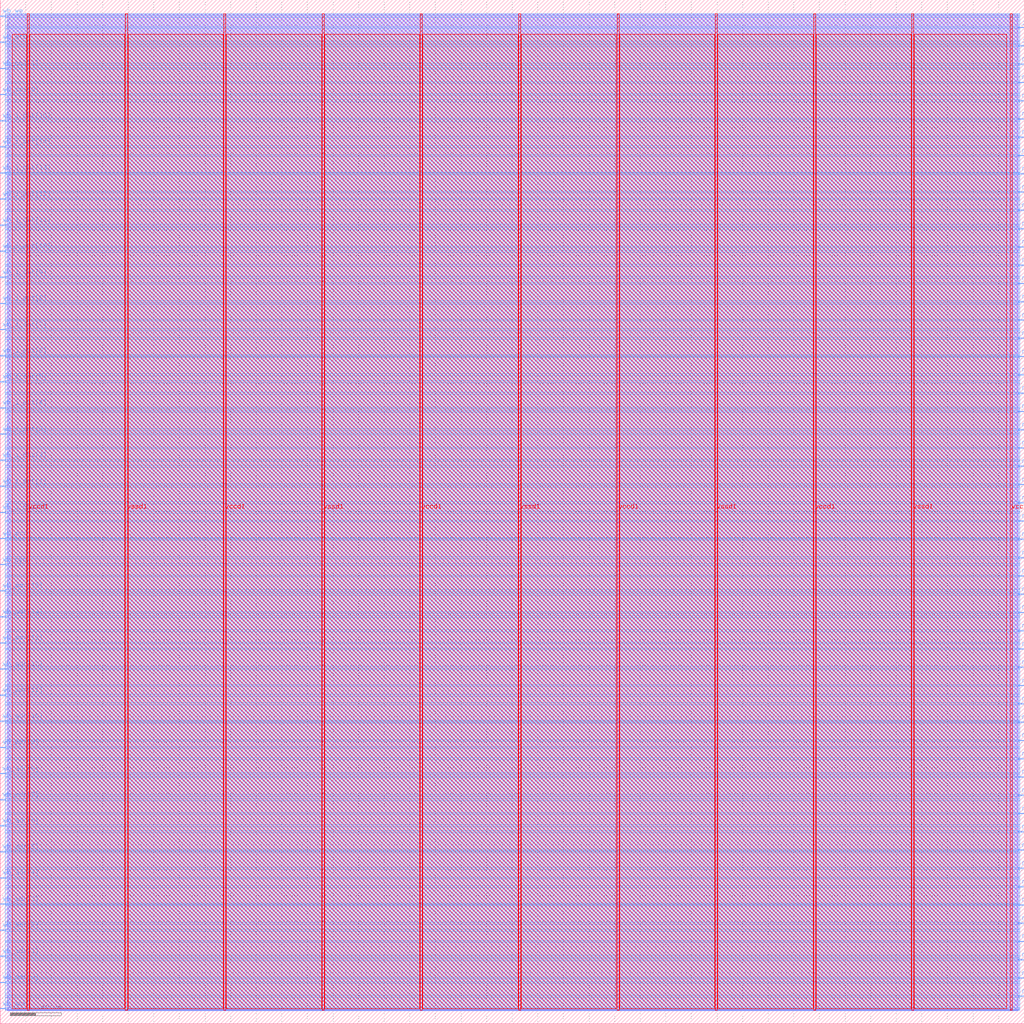
<source format=lef>
VERSION 5.7 ;
  NOWIREEXTENSIONATPIN ON ;
  DIVIDERCHAR "/" ;
  BUSBITCHARS "[]" ;
MACRO icache
  CLASS BLOCK ;
  FOREIGN icache ;
  ORIGIN 0.000 0.000 ;
  SIZE 800.000 BY 800.000 ;
  PIN i_clk
    DIRECTION INPUT ;
    USE SIGNAL ;
    PORT
      LAYER met3 ;
        RECT 796.000 763.680 800.000 764.280 ;
    END
  END i_clk
  PIN i_rst
    DIRECTION INPUT ;
    USE SIGNAL ;
    PORT
      LAYER met3 ;
        RECT 796.000 777.960 800.000 778.560 ;
    END
  END i_rst
  PIN mem_ack
    DIRECTION OUTPUT TRISTATE ;
    USE SIGNAL ;
    PORT
      LAYER met3 ;
        RECT 796.000 21.120 800.000 21.720 ;
    END
  END mem_ack
  PIN mem_addr[0]
    DIRECTION INPUT ;
    USE SIGNAL ;
    PORT
      LAYER met3 ;
        RECT 796.000 35.400 800.000 36.000 ;
    END
  END mem_addr[0]
  PIN mem_addr[10]
    DIRECTION INPUT ;
    USE SIGNAL ;
    PORT
      LAYER met3 ;
        RECT 796.000 178.200 800.000 178.800 ;
    END
  END mem_addr[10]
  PIN mem_addr[11]
    DIRECTION INPUT ;
    USE SIGNAL ;
    PORT
      LAYER met3 ;
        RECT 796.000 192.480 800.000 193.080 ;
    END
  END mem_addr[11]
  PIN mem_addr[12]
    DIRECTION INPUT ;
    USE SIGNAL ;
    PORT
      LAYER met3 ;
        RECT 796.000 206.760 800.000 207.360 ;
    END
  END mem_addr[12]
  PIN mem_addr[13]
    DIRECTION INPUT ;
    USE SIGNAL ;
    PORT
      LAYER met3 ;
        RECT 796.000 221.040 800.000 221.640 ;
    END
  END mem_addr[13]
  PIN mem_addr[14]
    DIRECTION INPUT ;
    USE SIGNAL ;
    PORT
      LAYER met3 ;
        RECT 796.000 235.320 800.000 235.920 ;
    END
  END mem_addr[14]
  PIN mem_addr[15]
    DIRECTION INPUT ;
    USE SIGNAL ;
    PORT
      LAYER met3 ;
        RECT 796.000 249.600 800.000 250.200 ;
    END
  END mem_addr[15]
  PIN mem_addr[1]
    DIRECTION INPUT ;
    USE SIGNAL ;
    PORT
      LAYER met3 ;
        RECT 796.000 49.680 800.000 50.280 ;
    END
  END mem_addr[1]
  PIN mem_addr[2]
    DIRECTION INPUT ;
    USE SIGNAL ;
    PORT
      LAYER met3 ;
        RECT 796.000 63.960 800.000 64.560 ;
    END
  END mem_addr[2]
  PIN mem_addr[3]
    DIRECTION INPUT ;
    USE SIGNAL ;
    PORT
      LAYER met3 ;
        RECT 796.000 78.240 800.000 78.840 ;
    END
  END mem_addr[3]
  PIN mem_addr[4]
    DIRECTION INPUT ;
    USE SIGNAL ;
    PORT
      LAYER met3 ;
        RECT 796.000 92.520 800.000 93.120 ;
    END
  END mem_addr[4]
  PIN mem_addr[5]
    DIRECTION INPUT ;
    USE SIGNAL ;
    PORT
      LAYER met3 ;
        RECT 796.000 106.800 800.000 107.400 ;
    END
  END mem_addr[5]
  PIN mem_addr[6]
    DIRECTION INPUT ;
    USE SIGNAL ;
    PORT
      LAYER met3 ;
        RECT 796.000 121.080 800.000 121.680 ;
    END
  END mem_addr[6]
  PIN mem_addr[7]
    DIRECTION INPUT ;
    USE SIGNAL ;
    PORT
      LAYER met3 ;
        RECT 796.000 135.360 800.000 135.960 ;
    END
  END mem_addr[7]
  PIN mem_addr[8]
    DIRECTION INPUT ;
    USE SIGNAL ;
    PORT
      LAYER met3 ;
        RECT 796.000 149.640 800.000 150.240 ;
    END
  END mem_addr[8]
  PIN mem_addr[9]
    DIRECTION INPUT ;
    USE SIGNAL ;
    PORT
      LAYER met3 ;
        RECT 796.000 163.920 800.000 164.520 ;
    END
  END mem_addr[9]
  PIN mem_cache_flush
    DIRECTION INPUT ;
    USE SIGNAL ;
    PORT
      LAYER met3 ;
        RECT 796.000 263.880 800.000 264.480 ;
    END
  END mem_cache_flush
  PIN mem_data[0]
    DIRECTION OUTPUT TRISTATE ;
    USE SIGNAL ;
    PORT
      LAYER met3 ;
        RECT 796.000 278.160 800.000 278.760 ;
    END
  END mem_data[0]
  PIN mem_data[10]
    DIRECTION OUTPUT TRISTATE ;
    USE SIGNAL ;
    PORT
      LAYER met3 ;
        RECT 796.000 420.960 800.000 421.560 ;
    END
  END mem_data[10]
  PIN mem_data[11]
    DIRECTION OUTPUT TRISTATE ;
    USE SIGNAL ;
    PORT
      LAYER met3 ;
        RECT 796.000 435.240 800.000 435.840 ;
    END
  END mem_data[11]
  PIN mem_data[12]
    DIRECTION OUTPUT TRISTATE ;
    USE SIGNAL ;
    PORT
      LAYER met3 ;
        RECT 796.000 449.520 800.000 450.120 ;
    END
  END mem_data[12]
  PIN mem_data[13]
    DIRECTION OUTPUT TRISTATE ;
    USE SIGNAL ;
    PORT
      LAYER met3 ;
        RECT 796.000 463.800 800.000 464.400 ;
    END
  END mem_data[13]
  PIN mem_data[14]
    DIRECTION OUTPUT TRISTATE ;
    USE SIGNAL ;
    PORT
      LAYER met3 ;
        RECT 796.000 478.080 800.000 478.680 ;
    END
  END mem_data[14]
  PIN mem_data[15]
    DIRECTION OUTPUT TRISTATE ;
    USE SIGNAL ;
    PORT
      LAYER met3 ;
        RECT 796.000 492.360 800.000 492.960 ;
    END
  END mem_data[15]
  PIN mem_data[16]
    DIRECTION OUTPUT TRISTATE ;
    USE SIGNAL ;
    PORT
      LAYER met3 ;
        RECT 796.000 506.640 800.000 507.240 ;
    END
  END mem_data[16]
  PIN mem_data[17]
    DIRECTION OUTPUT TRISTATE ;
    USE SIGNAL ;
    PORT
      LAYER met3 ;
        RECT 796.000 520.920 800.000 521.520 ;
    END
  END mem_data[17]
  PIN mem_data[18]
    DIRECTION OUTPUT TRISTATE ;
    USE SIGNAL ;
    PORT
      LAYER met3 ;
        RECT 796.000 535.200 800.000 535.800 ;
    END
  END mem_data[18]
  PIN mem_data[19]
    DIRECTION OUTPUT TRISTATE ;
    USE SIGNAL ;
    PORT
      LAYER met3 ;
        RECT 796.000 549.480 800.000 550.080 ;
    END
  END mem_data[19]
  PIN mem_data[1]
    DIRECTION OUTPUT TRISTATE ;
    USE SIGNAL ;
    PORT
      LAYER met3 ;
        RECT 796.000 292.440 800.000 293.040 ;
    END
  END mem_data[1]
  PIN mem_data[20]
    DIRECTION OUTPUT TRISTATE ;
    USE SIGNAL ;
    PORT
      LAYER met3 ;
        RECT 796.000 563.760 800.000 564.360 ;
    END
  END mem_data[20]
  PIN mem_data[21]
    DIRECTION OUTPUT TRISTATE ;
    USE SIGNAL ;
    PORT
      LAYER met3 ;
        RECT 796.000 578.040 800.000 578.640 ;
    END
  END mem_data[21]
  PIN mem_data[22]
    DIRECTION OUTPUT TRISTATE ;
    USE SIGNAL ;
    PORT
      LAYER met3 ;
        RECT 796.000 592.320 800.000 592.920 ;
    END
  END mem_data[22]
  PIN mem_data[23]
    DIRECTION OUTPUT TRISTATE ;
    USE SIGNAL ;
    PORT
      LAYER met3 ;
        RECT 796.000 606.600 800.000 607.200 ;
    END
  END mem_data[23]
  PIN mem_data[24]
    DIRECTION OUTPUT TRISTATE ;
    USE SIGNAL ;
    PORT
      LAYER met3 ;
        RECT 796.000 620.880 800.000 621.480 ;
    END
  END mem_data[24]
  PIN mem_data[25]
    DIRECTION OUTPUT TRISTATE ;
    USE SIGNAL ;
    PORT
      LAYER met3 ;
        RECT 796.000 635.160 800.000 635.760 ;
    END
  END mem_data[25]
  PIN mem_data[26]
    DIRECTION OUTPUT TRISTATE ;
    USE SIGNAL ;
    PORT
      LAYER met3 ;
        RECT 796.000 649.440 800.000 650.040 ;
    END
  END mem_data[26]
  PIN mem_data[27]
    DIRECTION OUTPUT TRISTATE ;
    USE SIGNAL ;
    PORT
      LAYER met3 ;
        RECT 796.000 663.720 800.000 664.320 ;
    END
  END mem_data[27]
  PIN mem_data[28]
    DIRECTION OUTPUT TRISTATE ;
    USE SIGNAL ;
    PORT
      LAYER met3 ;
        RECT 796.000 678.000 800.000 678.600 ;
    END
  END mem_data[28]
  PIN mem_data[29]
    DIRECTION OUTPUT TRISTATE ;
    USE SIGNAL ;
    PORT
      LAYER met3 ;
        RECT 796.000 692.280 800.000 692.880 ;
    END
  END mem_data[29]
  PIN mem_data[2]
    DIRECTION OUTPUT TRISTATE ;
    USE SIGNAL ;
    PORT
      LAYER met3 ;
        RECT 796.000 306.720 800.000 307.320 ;
    END
  END mem_data[2]
  PIN mem_data[30]
    DIRECTION OUTPUT TRISTATE ;
    USE SIGNAL ;
    PORT
      LAYER met3 ;
        RECT 796.000 706.560 800.000 707.160 ;
    END
  END mem_data[30]
  PIN mem_data[31]
    DIRECTION OUTPUT TRISTATE ;
    USE SIGNAL ;
    PORT
      LAYER met3 ;
        RECT 796.000 720.840 800.000 721.440 ;
    END
  END mem_data[31]
  PIN mem_data[3]
    DIRECTION OUTPUT TRISTATE ;
    USE SIGNAL ;
    PORT
      LAYER met3 ;
        RECT 796.000 321.000 800.000 321.600 ;
    END
  END mem_data[3]
  PIN mem_data[4]
    DIRECTION OUTPUT TRISTATE ;
    USE SIGNAL ;
    PORT
      LAYER met3 ;
        RECT 796.000 335.280 800.000 335.880 ;
    END
  END mem_data[4]
  PIN mem_data[5]
    DIRECTION OUTPUT TRISTATE ;
    USE SIGNAL ;
    PORT
      LAYER met3 ;
        RECT 796.000 349.560 800.000 350.160 ;
    END
  END mem_data[5]
  PIN mem_data[6]
    DIRECTION OUTPUT TRISTATE ;
    USE SIGNAL ;
    PORT
      LAYER met3 ;
        RECT 796.000 363.840 800.000 364.440 ;
    END
  END mem_data[6]
  PIN mem_data[7]
    DIRECTION OUTPUT TRISTATE ;
    USE SIGNAL ;
    PORT
      LAYER met3 ;
        RECT 796.000 378.120 800.000 378.720 ;
    END
  END mem_data[7]
  PIN mem_data[8]
    DIRECTION OUTPUT TRISTATE ;
    USE SIGNAL ;
    PORT
      LAYER met3 ;
        RECT 796.000 392.400 800.000 393.000 ;
    END
  END mem_data[8]
  PIN mem_data[9]
    DIRECTION OUTPUT TRISTATE ;
    USE SIGNAL ;
    PORT
      LAYER met3 ;
        RECT 796.000 406.680 800.000 407.280 ;
    END
  END mem_data[9]
  PIN mem_ppl_submit
    DIRECTION INPUT ;
    USE SIGNAL ;
    PORT
      LAYER met3 ;
        RECT 796.000 735.120 800.000 735.720 ;
    END
  END mem_ppl_submit
  PIN mem_req
    DIRECTION INPUT ;
    USE SIGNAL ;
    PORT
      LAYER met3 ;
        RECT 796.000 749.400 800.000 750.000 ;
    END
  END mem_req
  PIN vccd1
    DIRECTION INOUT ;
    USE POWER ;
    PORT
      LAYER met4 ;
        RECT 21.040 10.640 22.640 789.040 ;
    END
    PORT
      LAYER met4 ;
        RECT 174.640 10.640 176.240 789.040 ;
    END
    PORT
      LAYER met4 ;
        RECT 328.240 10.640 329.840 789.040 ;
    END
    PORT
      LAYER met4 ;
        RECT 481.840 10.640 483.440 789.040 ;
    END
    PORT
      LAYER met4 ;
        RECT 635.440 10.640 637.040 789.040 ;
    END
    PORT
      LAYER met4 ;
        RECT 789.040 10.640 790.640 789.040 ;
    END
  END vccd1
  PIN vssd1
    DIRECTION INOUT ;
    USE GROUND ;
    PORT
      LAYER met4 ;
        RECT 97.840 10.640 99.440 789.040 ;
    END
    PORT
      LAYER met4 ;
        RECT 251.440 10.640 253.040 789.040 ;
    END
    PORT
      LAYER met4 ;
        RECT 405.040 10.640 406.640 789.040 ;
    END
    PORT
      LAYER met4 ;
        RECT 558.640 10.640 560.240 789.040 ;
    END
    PORT
      LAYER met4 ;
        RECT 712.240 10.640 713.840 789.040 ;
    END
  END vssd1
  PIN wb_ack
    DIRECTION INPUT ;
    USE SIGNAL ;
    PORT
      LAYER met3 ;
        RECT 0.000 11.600 4.000 12.200 ;
    END
  END wb_ack
  PIN wb_adr[0]
    DIRECTION OUTPUT TRISTATE ;
    USE SIGNAL ;
    PORT
      LAYER met3 ;
        RECT 0.000 32.000 4.000 32.600 ;
    END
  END wb_adr[0]
  PIN wb_adr[10]
    DIRECTION OUTPUT TRISTATE ;
    USE SIGNAL ;
    PORT
      LAYER met3 ;
        RECT 0.000 236.000 4.000 236.600 ;
    END
  END wb_adr[10]
  PIN wb_adr[11]
    DIRECTION OUTPUT TRISTATE ;
    USE SIGNAL ;
    PORT
      LAYER met3 ;
        RECT 0.000 256.400 4.000 257.000 ;
    END
  END wb_adr[11]
  PIN wb_adr[12]
    DIRECTION OUTPUT TRISTATE ;
    USE SIGNAL ;
    PORT
      LAYER met3 ;
        RECT 0.000 276.800 4.000 277.400 ;
    END
  END wb_adr[12]
  PIN wb_adr[13]
    DIRECTION OUTPUT TRISTATE ;
    USE SIGNAL ;
    PORT
      LAYER met3 ;
        RECT 0.000 297.200 4.000 297.800 ;
    END
  END wb_adr[13]
  PIN wb_adr[14]
    DIRECTION OUTPUT TRISTATE ;
    USE SIGNAL ;
    PORT
      LAYER met3 ;
        RECT 0.000 317.600 4.000 318.200 ;
    END
  END wb_adr[14]
  PIN wb_adr[15]
    DIRECTION OUTPUT TRISTATE ;
    USE SIGNAL ;
    PORT
      LAYER met3 ;
        RECT 0.000 338.000 4.000 338.600 ;
    END
  END wb_adr[15]
  PIN wb_adr[1]
    DIRECTION OUTPUT TRISTATE ;
    USE SIGNAL ;
    PORT
      LAYER met3 ;
        RECT 0.000 52.400 4.000 53.000 ;
    END
  END wb_adr[1]
  PIN wb_adr[2]
    DIRECTION OUTPUT TRISTATE ;
    USE SIGNAL ;
    PORT
      LAYER met3 ;
        RECT 0.000 72.800 4.000 73.400 ;
    END
  END wb_adr[2]
  PIN wb_adr[3]
    DIRECTION OUTPUT TRISTATE ;
    USE SIGNAL ;
    PORT
      LAYER met3 ;
        RECT 0.000 93.200 4.000 93.800 ;
    END
  END wb_adr[3]
  PIN wb_adr[4]
    DIRECTION OUTPUT TRISTATE ;
    USE SIGNAL ;
    PORT
      LAYER met3 ;
        RECT 0.000 113.600 4.000 114.200 ;
    END
  END wb_adr[4]
  PIN wb_adr[5]
    DIRECTION OUTPUT TRISTATE ;
    USE SIGNAL ;
    PORT
      LAYER met3 ;
        RECT 0.000 134.000 4.000 134.600 ;
    END
  END wb_adr[5]
  PIN wb_adr[6]
    DIRECTION OUTPUT TRISTATE ;
    USE SIGNAL ;
    PORT
      LAYER met3 ;
        RECT 0.000 154.400 4.000 155.000 ;
    END
  END wb_adr[6]
  PIN wb_adr[7]
    DIRECTION OUTPUT TRISTATE ;
    USE SIGNAL ;
    PORT
      LAYER met3 ;
        RECT 0.000 174.800 4.000 175.400 ;
    END
  END wb_adr[7]
  PIN wb_adr[8]
    DIRECTION OUTPUT TRISTATE ;
    USE SIGNAL ;
    PORT
      LAYER met3 ;
        RECT 0.000 195.200 4.000 195.800 ;
    END
  END wb_adr[8]
  PIN wb_adr[9]
    DIRECTION OUTPUT TRISTATE ;
    USE SIGNAL ;
    PORT
      LAYER met3 ;
        RECT 0.000 215.600 4.000 216.200 ;
    END
  END wb_adr[9]
  PIN wb_cyc
    DIRECTION OUTPUT TRISTATE ;
    USE SIGNAL ;
    PORT
      LAYER met3 ;
        RECT 0.000 358.400 4.000 359.000 ;
    END
  END wb_cyc
  PIN wb_err
    DIRECTION INPUT ;
    USE SIGNAL ;
    PORT
      LAYER met3 ;
        RECT 0.000 378.800 4.000 379.400 ;
    END
  END wb_err
  PIN wb_i_dat[0]
    DIRECTION INPUT ;
    USE SIGNAL ;
    PORT
      LAYER met3 ;
        RECT 0.000 399.200 4.000 399.800 ;
    END
  END wb_i_dat[0]
  PIN wb_i_dat[10]
    DIRECTION INPUT ;
    USE SIGNAL ;
    PORT
      LAYER met3 ;
        RECT 0.000 603.200 4.000 603.800 ;
    END
  END wb_i_dat[10]
  PIN wb_i_dat[11]
    DIRECTION INPUT ;
    USE SIGNAL ;
    PORT
      LAYER met3 ;
        RECT 0.000 623.600 4.000 624.200 ;
    END
  END wb_i_dat[11]
  PIN wb_i_dat[12]
    DIRECTION INPUT ;
    USE SIGNAL ;
    PORT
      LAYER met3 ;
        RECT 0.000 644.000 4.000 644.600 ;
    END
  END wb_i_dat[12]
  PIN wb_i_dat[13]
    DIRECTION INPUT ;
    USE SIGNAL ;
    PORT
      LAYER met3 ;
        RECT 0.000 664.400 4.000 665.000 ;
    END
  END wb_i_dat[13]
  PIN wb_i_dat[14]
    DIRECTION INPUT ;
    USE SIGNAL ;
    PORT
      LAYER met3 ;
        RECT 0.000 684.800 4.000 685.400 ;
    END
  END wb_i_dat[14]
  PIN wb_i_dat[15]
    DIRECTION INPUT ;
    USE SIGNAL ;
    PORT
      LAYER met3 ;
        RECT 0.000 705.200 4.000 705.800 ;
    END
  END wb_i_dat[15]
  PIN wb_i_dat[1]
    DIRECTION INPUT ;
    USE SIGNAL ;
    PORT
      LAYER met3 ;
        RECT 0.000 419.600 4.000 420.200 ;
    END
  END wb_i_dat[1]
  PIN wb_i_dat[2]
    DIRECTION INPUT ;
    USE SIGNAL ;
    PORT
      LAYER met3 ;
        RECT 0.000 440.000 4.000 440.600 ;
    END
  END wb_i_dat[2]
  PIN wb_i_dat[3]
    DIRECTION INPUT ;
    USE SIGNAL ;
    PORT
      LAYER met3 ;
        RECT 0.000 460.400 4.000 461.000 ;
    END
  END wb_i_dat[3]
  PIN wb_i_dat[4]
    DIRECTION INPUT ;
    USE SIGNAL ;
    PORT
      LAYER met3 ;
        RECT 0.000 480.800 4.000 481.400 ;
    END
  END wb_i_dat[4]
  PIN wb_i_dat[5]
    DIRECTION INPUT ;
    USE SIGNAL ;
    PORT
      LAYER met3 ;
        RECT 0.000 501.200 4.000 501.800 ;
    END
  END wb_i_dat[5]
  PIN wb_i_dat[6]
    DIRECTION INPUT ;
    USE SIGNAL ;
    PORT
      LAYER met3 ;
        RECT 0.000 521.600 4.000 522.200 ;
    END
  END wb_i_dat[6]
  PIN wb_i_dat[7]
    DIRECTION INPUT ;
    USE SIGNAL ;
    PORT
      LAYER met3 ;
        RECT 0.000 542.000 4.000 542.600 ;
    END
  END wb_i_dat[7]
  PIN wb_i_dat[8]
    DIRECTION INPUT ;
    USE SIGNAL ;
    PORT
      LAYER met3 ;
        RECT 0.000 562.400 4.000 563.000 ;
    END
  END wb_i_dat[8]
  PIN wb_i_dat[9]
    DIRECTION INPUT ;
    USE SIGNAL ;
    PORT
      LAYER met3 ;
        RECT 0.000 582.800 4.000 583.400 ;
    END
  END wb_i_dat[9]
  PIN wb_sel[0]
    DIRECTION OUTPUT TRISTATE ;
    USE SIGNAL ;
    PORT
      LAYER met3 ;
        RECT 0.000 725.600 4.000 726.200 ;
    END
  END wb_sel[0]
  PIN wb_sel[1]
    DIRECTION OUTPUT TRISTATE ;
    USE SIGNAL ;
    PORT
      LAYER met3 ;
        RECT 0.000 746.000 4.000 746.600 ;
    END
  END wb_sel[1]
  PIN wb_stb
    DIRECTION OUTPUT TRISTATE ;
    USE SIGNAL ;
    PORT
      LAYER met3 ;
        RECT 0.000 766.400 4.000 767.000 ;
    END
  END wb_stb
  PIN wb_we
    DIRECTION OUTPUT TRISTATE ;
    USE SIGNAL ;
    PORT
      LAYER met3 ;
        RECT 0.000 786.800 4.000 787.400 ;
    END
  END wb_we
  OBS
      LAYER li1 ;
        RECT 5.520 10.795 794.420 788.885 ;
      LAYER met1 ;
        RECT 5.520 10.240 795.270 789.040 ;
      LAYER met2 ;
        RECT 6.600 10.210 795.250 788.985 ;
      LAYER met3 ;
        RECT 4.000 787.800 796.410 788.965 ;
        RECT 4.400 786.400 796.410 787.800 ;
        RECT 4.000 778.960 796.410 786.400 ;
        RECT 4.000 777.560 795.600 778.960 ;
        RECT 4.000 767.400 796.410 777.560 ;
        RECT 4.400 766.000 796.410 767.400 ;
        RECT 4.000 764.680 796.410 766.000 ;
        RECT 4.000 763.280 795.600 764.680 ;
        RECT 4.000 750.400 796.410 763.280 ;
        RECT 4.000 749.000 795.600 750.400 ;
        RECT 4.000 747.000 796.410 749.000 ;
        RECT 4.400 745.600 796.410 747.000 ;
        RECT 4.000 736.120 796.410 745.600 ;
        RECT 4.000 734.720 795.600 736.120 ;
        RECT 4.000 726.600 796.410 734.720 ;
        RECT 4.400 725.200 796.410 726.600 ;
        RECT 4.000 721.840 796.410 725.200 ;
        RECT 4.000 720.440 795.600 721.840 ;
        RECT 4.000 707.560 796.410 720.440 ;
        RECT 4.000 706.200 795.600 707.560 ;
        RECT 4.400 706.160 795.600 706.200 ;
        RECT 4.400 704.800 796.410 706.160 ;
        RECT 4.000 693.280 796.410 704.800 ;
        RECT 4.000 691.880 795.600 693.280 ;
        RECT 4.000 685.800 796.410 691.880 ;
        RECT 4.400 684.400 796.410 685.800 ;
        RECT 4.000 679.000 796.410 684.400 ;
        RECT 4.000 677.600 795.600 679.000 ;
        RECT 4.000 665.400 796.410 677.600 ;
        RECT 4.400 664.720 796.410 665.400 ;
        RECT 4.400 664.000 795.600 664.720 ;
        RECT 4.000 663.320 795.600 664.000 ;
        RECT 4.000 650.440 796.410 663.320 ;
        RECT 4.000 649.040 795.600 650.440 ;
        RECT 4.000 645.000 796.410 649.040 ;
        RECT 4.400 643.600 796.410 645.000 ;
        RECT 4.000 636.160 796.410 643.600 ;
        RECT 4.000 634.760 795.600 636.160 ;
        RECT 4.000 624.600 796.410 634.760 ;
        RECT 4.400 623.200 796.410 624.600 ;
        RECT 4.000 621.880 796.410 623.200 ;
        RECT 4.000 620.480 795.600 621.880 ;
        RECT 4.000 607.600 796.410 620.480 ;
        RECT 4.000 606.200 795.600 607.600 ;
        RECT 4.000 604.200 796.410 606.200 ;
        RECT 4.400 602.800 796.410 604.200 ;
        RECT 4.000 593.320 796.410 602.800 ;
        RECT 4.000 591.920 795.600 593.320 ;
        RECT 4.000 583.800 796.410 591.920 ;
        RECT 4.400 582.400 796.410 583.800 ;
        RECT 4.000 579.040 796.410 582.400 ;
        RECT 4.000 577.640 795.600 579.040 ;
        RECT 4.000 564.760 796.410 577.640 ;
        RECT 4.000 563.400 795.600 564.760 ;
        RECT 4.400 563.360 795.600 563.400 ;
        RECT 4.400 562.000 796.410 563.360 ;
        RECT 4.000 550.480 796.410 562.000 ;
        RECT 4.000 549.080 795.600 550.480 ;
        RECT 4.000 543.000 796.410 549.080 ;
        RECT 4.400 541.600 796.410 543.000 ;
        RECT 4.000 536.200 796.410 541.600 ;
        RECT 4.000 534.800 795.600 536.200 ;
        RECT 4.000 522.600 796.410 534.800 ;
        RECT 4.400 521.920 796.410 522.600 ;
        RECT 4.400 521.200 795.600 521.920 ;
        RECT 4.000 520.520 795.600 521.200 ;
        RECT 4.000 507.640 796.410 520.520 ;
        RECT 4.000 506.240 795.600 507.640 ;
        RECT 4.000 502.200 796.410 506.240 ;
        RECT 4.400 500.800 796.410 502.200 ;
        RECT 4.000 493.360 796.410 500.800 ;
        RECT 4.000 491.960 795.600 493.360 ;
        RECT 4.000 481.800 796.410 491.960 ;
        RECT 4.400 480.400 796.410 481.800 ;
        RECT 4.000 479.080 796.410 480.400 ;
        RECT 4.000 477.680 795.600 479.080 ;
        RECT 4.000 464.800 796.410 477.680 ;
        RECT 4.000 463.400 795.600 464.800 ;
        RECT 4.000 461.400 796.410 463.400 ;
        RECT 4.400 460.000 796.410 461.400 ;
        RECT 4.000 450.520 796.410 460.000 ;
        RECT 4.000 449.120 795.600 450.520 ;
        RECT 4.000 441.000 796.410 449.120 ;
        RECT 4.400 439.600 796.410 441.000 ;
        RECT 4.000 436.240 796.410 439.600 ;
        RECT 4.000 434.840 795.600 436.240 ;
        RECT 4.000 421.960 796.410 434.840 ;
        RECT 4.000 420.600 795.600 421.960 ;
        RECT 4.400 420.560 795.600 420.600 ;
        RECT 4.400 419.200 796.410 420.560 ;
        RECT 4.000 407.680 796.410 419.200 ;
        RECT 4.000 406.280 795.600 407.680 ;
        RECT 4.000 400.200 796.410 406.280 ;
        RECT 4.400 398.800 796.410 400.200 ;
        RECT 4.000 393.400 796.410 398.800 ;
        RECT 4.000 392.000 795.600 393.400 ;
        RECT 4.000 379.800 796.410 392.000 ;
        RECT 4.400 379.120 796.410 379.800 ;
        RECT 4.400 378.400 795.600 379.120 ;
        RECT 4.000 377.720 795.600 378.400 ;
        RECT 4.000 364.840 796.410 377.720 ;
        RECT 4.000 363.440 795.600 364.840 ;
        RECT 4.000 359.400 796.410 363.440 ;
        RECT 4.400 358.000 796.410 359.400 ;
        RECT 4.000 350.560 796.410 358.000 ;
        RECT 4.000 349.160 795.600 350.560 ;
        RECT 4.000 339.000 796.410 349.160 ;
        RECT 4.400 337.600 796.410 339.000 ;
        RECT 4.000 336.280 796.410 337.600 ;
        RECT 4.000 334.880 795.600 336.280 ;
        RECT 4.000 322.000 796.410 334.880 ;
        RECT 4.000 320.600 795.600 322.000 ;
        RECT 4.000 318.600 796.410 320.600 ;
        RECT 4.400 317.200 796.410 318.600 ;
        RECT 4.000 307.720 796.410 317.200 ;
        RECT 4.000 306.320 795.600 307.720 ;
        RECT 4.000 298.200 796.410 306.320 ;
        RECT 4.400 296.800 796.410 298.200 ;
        RECT 4.000 293.440 796.410 296.800 ;
        RECT 4.000 292.040 795.600 293.440 ;
        RECT 4.000 279.160 796.410 292.040 ;
        RECT 4.000 277.800 795.600 279.160 ;
        RECT 4.400 277.760 795.600 277.800 ;
        RECT 4.400 276.400 796.410 277.760 ;
        RECT 4.000 264.880 796.410 276.400 ;
        RECT 4.000 263.480 795.600 264.880 ;
        RECT 4.000 257.400 796.410 263.480 ;
        RECT 4.400 256.000 796.410 257.400 ;
        RECT 4.000 250.600 796.410 256.000 ;
        RECT 4.000 249.200 795.600 250.600 ;
        RECT 4.000 237.000 796.410 249.200 ;
        RECT 4.400 236.320 796.410 237.000 ;
        RECT 4.400 235.600 795.600 236.320 ;
        RECT 4.000 234.920 795.600 235.600 ;
        RECT 4.000 222.040 796.410 234.920 ;
        RECT 4.000 220.640 795.600 222.040 ;
        RECT 4.000 216.600 796.410 220.640 ;
        RECT 4.400 215.200 796.410 216.600 ;
        RECT 4.000 207.760 796.410 215.200 ;
        RECT 4.000 206.360 795.600 207.760 ;
        RECT 4.000 196.200 796.410 206.360 ;
        RECT 4.400 194.800 796.410 196.200 ;
        RECT 4.000 193.480 796.410 194.800 ;
        RECT 4.000 192.080 795.600 193.480 ;
        RECT 4.000 179.200 796.410 192.080 ;
        RECT 4.000 177.800 795.600 179.200 ;
        RECT 4.000 175.800 796.410 177.800 ;
        RECT 4.400 174.400 796.410 175.800 ;
        RECT 4.000 164.920 796.410 174.400 ;
        RECT 4.000 163.520 795.600 164.920 ;
        RECT 4.000 155.400 796.410 163.520 ;
        RECT 4.400 154.000 796.410 155.400 ;
        RECT 4.000 150.640 796.410 154.000 ;
        RECT 4.000 149.240 795.600 150.640 ;
        RECT 4.000 136.360 796.410 149.240 ;
        RECT 4.000 135.000 795.600 136.360 ;
        RECT 4.400 134.960 795.600 135.000 ;
        RECT 4.400 133.600 796.410 134.960 ;
        RECT 4.000 122.080 796.410 133.600 ;
        RECT 4.000 120.680 795.600 122.080 ;
        RECT 4.000 114.600 796.410 120.680 ;
        RECT 4.400 113.200 796.410 114.600 ;
        RECT 4.000 107.800 796.410 113.200 ;
        RECT 4.000 106.400 795.600 107.800 ;
        RECT 4.000 94.200 796.410 106.400 ;
        RECT 4.400 93.520 796.410 94.200 ;
        RECT 4.400 92.800 795.600 93.520 ;
        RECT 4.000 92.120 795.600 92.800 ;
        RECT 4.000 79.240 796.410 92.120 ;
        RECT 4.000 77.840 795.600 79.240 ;
        RECT 4.000 73.800 796.410 77.840 ;
        RECT 4.400 72.400 796.410 73.800 ;
        RECT 4.000 64.960 796.410 72.400 ;
        RECT 4.000 63.560 795.600 64.960 ;
        RECT 4.000 53.400 796.410 63.560 ;
        RECT 4.400 52.000 796.410 53.400 ;
        RECT 4.000 50.680 796.410 52.000 ;
        RECT 4.000 49.280 795.600 50.680 ;
        RECT 4.000 36.400 796.410 49.280 ;
        RECT 4.000 35.000 795.600 36.400 ;
        RECT 4.000 33.000 796.410 35.000 ;
        RECT 4.400 31.600 796.410 33.000 ;
        RECT 4.000 22.120 796.410 31.600 ;
        RECT 4.000 20.720 795.600 22.120 ;
        RECT 4.000 12.600 796.410 20.720 ;
        RECT 4.400 11.200 796.410 12.600 ;
        RECT 4.000 10.715 796.410 11.200 ;
      LAYER met4 ;
        RECT 9.495 11.735 20.640 772.985 ;
        RECT 23.040 11.735 97.440 772.985 ;
        RECT 99.840 11.735 174.240 772.985 ;
        RECT 176.640 11.735 251.040 772.985 ;
        RECT 253.440 11.735 327.840 772.985 ;
        RECT 330.240 11.735 404.640 772.985 ;
        RECT 407.040 11.735 481.440 772.985 ;
        RECT 483.840 11.735 558.240 772.985 ;
        RECT 560.640 11.735 635.040 772.985 ;
        RECT 637.440 11.735 711.840 772.985 ;
        RECT 714.240 11.735 786.305 772.985 ;
  END
END icache
END LIBRARY


</source>
